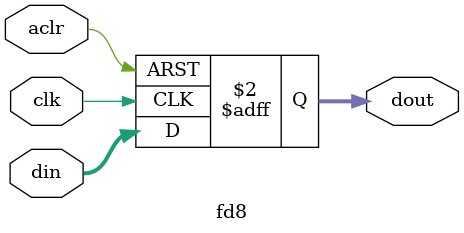
<source format=v>
module fd8(input[7:0] din,input clk,input aclr,output reg[7:0]dout);


always @(posedge clk, posedge aclr)
begin
	if(aclr)dout <= 0;
		else dout <= din;
end

endmodule
		
</source>
